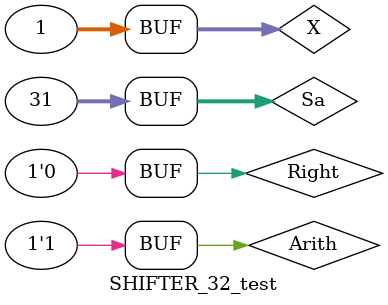
<source format=v>
`timescale 1ns / 1ps

module SHIFTER_32_test;
reg [31:0]X,Sa;
reg Arith,Right;
wire [31:0]Sh;
SHIFTER_32 uut(.X(X),.Sa(Sa),.Arith(Arith),.Right(Right),.Sh(Sh));
initial begin
X=32'h1;
Sa=32'h0;
Arith=1;
Right=0;
#20;Sa=32'h1;
#20;Sa=32'h2;
#20;Sa=32'h3;
#20;Sa=32'h4;
#20;Sa=32'h5;
#20;Sa=32'h6;
#20;Sa=32'h7;
#20;Sa=32'h8;
#20;Sa=32'h9;
#20;Sa=32'ha;
#20;Sa=32'hb;
#20;Sa=32'hc;
#20;Sa=32'hd;
#20;Sa=32'he;
#20;Sa=32'hf;
#20;Sa=32'h10;
#20;Sa=32'h11;
#20;Sa=32'h12;
#20;Sa=32'h13;
#20;Sa=32'h14;
#20;Sa=32'h15;
#20;Sa=32'h16;
#20;Sa=32'h17;
#20;Sa=32'h18;
#20;Sa=32'h19;
#20;Sa=32'h1a;
#20;Sa=32'h1b;
#20;Sa=32'h1c;
#20;Sa=32'h1d;
#20;Sa=32'h1e;
#20;Sa=32'h1f;
end
endmodule

</source>
